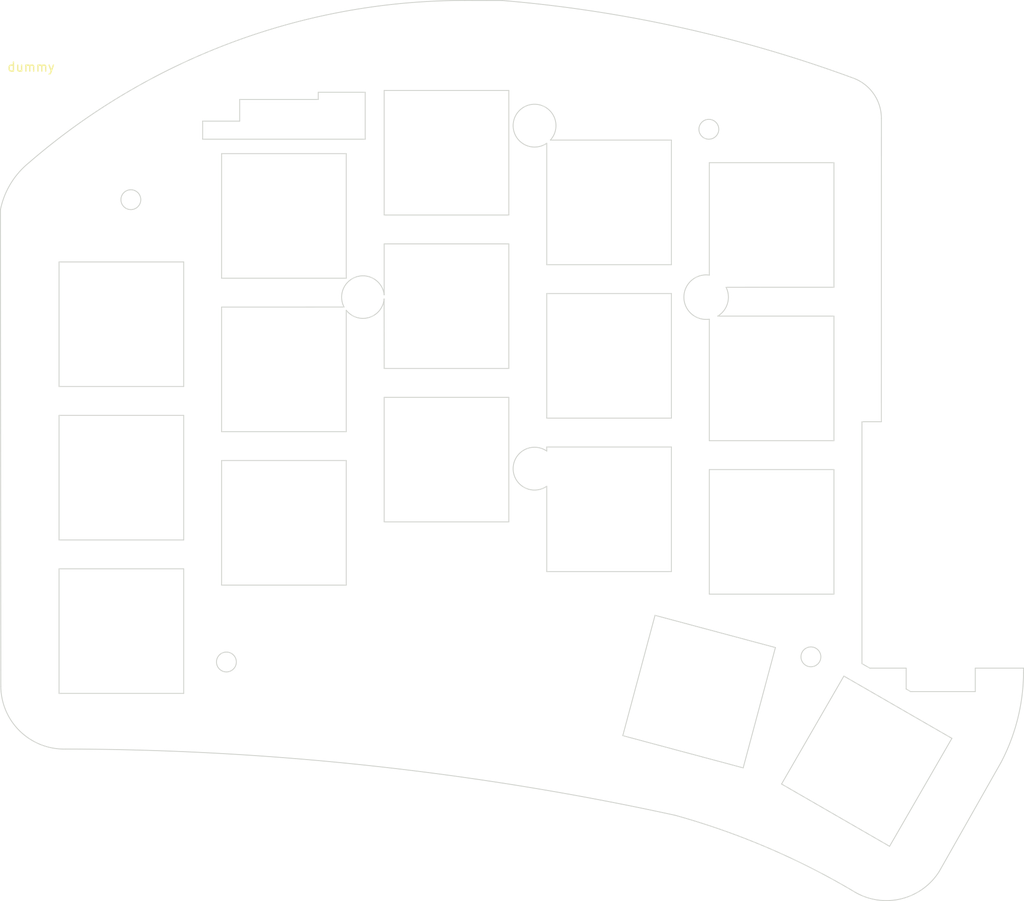
<source format=kicad_pcb>
(kicad_pcb (version 20171130) (host pcbnew 5.1.9)

  (general
    (thickness 1.6)
    (drawings 111)
    (tracks 0)
    (zones 0)
    (modules 1)
    (nets 1)
  )

  (page A4)
  (layers
    (0 F.Cu signal)
    (31 B.Cu signal)
    (32 B.Adhes user)
    (33 F.Adhes user)
    (34 B.Paste user)
    (35 F.Paste user)
    (36 B.SilkS user)
    (37 F.SilkS user)
    (38 B.Mask user)
    (39 F.Mask user)
    (40 Dwgs.User user)
    (41 Cmts.User user)
    (42 Eco1.User user)
    (43 Eco2.User user)
    (44 Edge.Cuts user)
    (45 Margin user)
    (46 B.CrtYd user)
    (47 F.CrtYd user)
    (48 B.Fab user)
    (49 F.Fab user)
  )

  (setup
    (last_trace_width 0.25)
    (trace_clearance 0.2)
    (zone_clearance 0.508)
    (zone_45_only no)
    (trace_min 0.2)
    (via_size 0.8)
    (via_drill 0.4)
    (via_min_size 0.4)
    (via_min_drill 0.3)
    (uvia_size 0.3)
    (uvia_drill 0.1)
    (uvias_allowed no)
    (uvia_min_size 0.2)
    (uvia_min_drill 0.1)
    (edge_width 0.1)
    (segment_width 0.2)
    (pcb_text_width 0.3)
    (pcb_text_size 1.5 1.5)
    (mod_edge_width 0.12)
    (mod_text_size 1 1)
    (mod_text_width 0.1)
    (pad_size 1.524 1.524)
    (pad_drill 0.762)
    (pad_to_mask_clearance 0.05)
    (aux_axis_origin 0 0)
    (visible_elements FFFFFFFF)
    (pcbplotparams
      (layerselection 0x010fc_ffffffff)
      (usegerberextensions false)
      (usegerberattributes true)
      (usegerberadvancedattributes true)
      (creategerberjobfile true)
      (excludeedgelayer true)
      (linewidth 0.100000)
      (plotframeref false)
      (viasonmask false)
      (mode 1)
      (useauxorigin false)
      (hpglpennumber 1)
      (hpglpenspeed 20)
      (hpglpendiameter 15.000000)
      (psnegative false)
      (psa4output false)
      (plotreference false)
      (plotvalue false)
      (plotinvisibletext false)
      (padsonsilk false)
      (subtractmaskfromsilk false)
      (outputformat 1)
      (mirror false)
      (drillshape 0)
      (scaleselection 1)
      (outputdirectory ""))
  )

  (net 0 "")

  (net_class Default "This is the default net class."
    (clearance 0.2)
    (trace_width 0.25)
    (via_dia 0.8)
    (via_drill 0.4)
    (uvia_dia 0.3)
    (uvia_drill 0.1)
  )

  (net_class Power ""
    (clearance 0.2)
    (trace_width 0.3)
    (via_dia 0.8)
    (via_drill 0.4)
    (uvia_dia 0.3)
    (uvia_drill 0.1)
  )

  (module dummy:dummy (layer F.Cu) (tedit 604AAE8F) (tstamp 6068E0E1)
    (at 12 12)
    (fp_text reference dummy (at 0 0.5) (layer F.SilkS)
      (effects (font (size 1 1) (thickness 0.15)))
    )
    (fp_text value dummy (at 0 -0.5) (layer F.Fab)
      (effects (font (size 1 1) (thickness 0.15)))
    )
  )

  (gr_line (start 108.9 81.41) (end 109.39 81.7) (layer Edge.Cuts) (width 0.1) (tstamp 60690DE2))
  (gr_arc (start 48.75 38) (end 51.099999 37.750001) (angle -201.573519) (layer Edge.Cuts) (width 0.1))
  (gr_arc (start 48.75 38) (end 46.900001 39.449999) (angle -137.0467127) (layer Edge.Cuts) (width 0.1))
  (gr_line (start 51.1 32.1) (end 51.1 37.75) (layer Edge.Cuts) (width 0.1))
  (gr_arc (start 67.75 19) (end 69.499999 20.599999) (angle -347.1313833) (layer Edge.Cuts) (width 0.1))
  (gr_arc (start 67.75 57) (end 69.099999 55.050001) (angle -249.3903071) (layer Edge.Cuts) (width 0.1))
  (gr_line (start 69.1 54.6) (end 69.1 55.05) (layer Edge.Cuts) (width 0.1))
  (gr_arc (start 86.75 38) (end 88.039999 40.099999) (angle -84.89944275) (layer Edge.Cuts) (width 0.1))
  (gr_arc (start 86.75 38) (end 87.099999 35.560001) (angle -196.3259486) (layer Edge.Cuts) (width 0.1))
  (gr_line (start 49 15.3) (end 49 20.5) (layer Edge.Cuts) (width 0.1) (tstamp 6069055F))
  (gr_line (start 28.9 68.1) (end 28.9 81.9) (layer Edge.Cuts) (width 0.1) (tstamp 60687389))
  (gr_line (start 28.9 51.1) (end 28.9 64.9) (layer Edge.Cuts) (width 0.1) (tstamp 60687389))
  (gr_arc (start 101.403543 18.190204) (end 106.153543 18.190204) (angle -70.11765915) (layer Edge.Cuts) (width 0.1) (tstamp 6068D5E1))
  (gr_arc (start 51.931484 152.624677) (end 103.018969 13.723337) (angle -15.43081601) (layer Edge.Cuts) (width 0.1) (tstamp 6068D5C5))
  (gr_line (start 121.9 79.1) (end 121.893314 79.630452) (layer Edge.Cuts) (width 0.1) (tstamp 6068D4F9))
  (gr_arc (start 100.190263 79.447367) (end 119.398792 89.551246) (angle -27.26148989) (layer Edge.Cuts) (width 0.1) (tstamp 6068D45D))
  (gr_line (start 119.398792 89.551246) (end 112.550487 101.641178) (layer Edge.Cuts) (width 0.1) (tstamp 6068D449))
  (gr_arc (start 106.708 97.938735) (end 103.2 103.9) (angle -88.11250382) (layer Edge.Cuts) (width 0.1) (tstamp 6068D3EC))
  (gr_arc (start 61.59 173.76) (end 103.2 103.9) (angle -15.27393997) (layer Edge.Cuts) (width 0.1) (tstamp 6068D3B7))
  (gr_arc (start 15.281782 407.025991) (end 83.326703 95.40614) (angle -12.22013042) (layer Edge.Cuts) (width 0.1) (tstamp 6068D376))
  (gr_arc (start 60.008389 78.858139) (end 60.008389 5.128139) (angle -40.89999906) (layer Edge.Cuts) (width 0.1) (tstamp 6068D32E))
  (gr_arc (start 17.48 30.13) (end 11.73435 23.129062) (angle -38.97981394) (layer Edge.Cuts) (width 0.1) (tstamp 6068D2EE))
  (gr_arc (start 15.650037 81.065841) (end 8.650038 81.13584) (angle -90.85844454) (layer Edge.Cuts) (width 0.1) (tstamp 6068D2CC))
  (gr_line (start 64.21927 5.137309) (end 60.008389 5.128139) (layer Edge.Cuts) (width 0.1) (tstamp 6068D287))
  (gr_line (start 106.15 51.8) (end 106.153543 18.190204) (layer Edge.Cuts) (width 0.1) (tstamp 6068D262))
  (gr_line (start 8.609602 28.301979) (end 8.650038 81.13584) (layer Edge.Cuts) (width 0.1) (tstamp 6068D1C3))
  (gr_line (start 104 78.6) (end 104 51.8) (layer Edge.Cuts) (width 0.1))
  (gr_line (start 104.87 79.1) (end 108.9 79.1) (layer Edge.Cuts) (width 0.1))
  (gr_line (start 104 78.6) (end 104.87 79.1) (layer Edge.Cuts) (width 0.1))
  (gr_line (start 31 18.5) (end 31 20.5) (layer Edge.Cuts) (width 0.1) (tstamp 60687A88))
  (gr_line (start 35.1 18.5) (end 31 18.5) (layer Edge.Cuts) (width 0.1))
  (gr_line (start 35.1 16.1) (end 35.1 18.5) (layer Edge.Cuts) (width 0.1))
  (gr_line (start 43.8 16.1) (end 35.1 16.1) (layer Edge.Cuts) (width 0.1))
  (gr_line (start 43.8 15.3) (end 43.8 16.1) (layer Edge.Cuts) (width 0.1))
  (gr_line (start 49 15.3) (end 43.8 15.3) (layer Edge.Cuts) (width 0.1))
  (gr_line (start 95.1 91.94) (end 107.06 98.84) (layer Edge.Cuts) (width 0.1))
  (gr_line (start 102 79.98) (end 95.1 91.94) (layer Edge.Cuts) (width 0.1))
  (gr_line (start 113.96 86.88) (end 102 79.98) (layer Edge.Cuts) (width 0.1))
  (gr_line (start 107.06 98.84) (end 113.96 86.88) (layer Edge.Cuts) (width 0.1))
  (gr_line (start 90.85 90.15) (end 77.52 86.58) (layer Edge.Cuts) (width 0.1) (tstamp 60687832))
  (gr_line (start 94.42 76.82) (end 90.85 90.15) (layer Edge.Cuts) (width 0.1))
  (gr_line (start 81.09 73.25) (end 94.42 76.82) (layer Edge.Cuts) (width 0.1))
  (gr_line (start 77.52 86.58) (end 81.09 73.25) (layer Edge.Cuts) (width 0.1))
  (gr_line (start 116.55 81.7) (end 109.39 81.7) (layer Edge.Cuts) (width 0.1) (tstamp 6068769A))
  (gr_line (start 116.55 79.1) (end 116.55 81.7) (layer Edge.Cuts) (width 0.1))
  (gr_line (start 121.9 79.1) (end 116.55 79.1) (layer Edge.Cuts) (width 0.1))
  (gr_line (start 108.9 81.41) (end 108.9 79.1) (layer Edge.Cuts) (width 0.1))
  (gr_line (start 87.1 35.56) (end 87.1 23.1) (layer Edge.Cuts) (width 0.1) (tstamp 6068748E))
  (gr_line (start 100.9 23.1) (end 100.9 36.9) (layer Edge.Cuts) (width 0.1) (tstamp 6068748D))
  (gr_line (start 87.1 53.9) (end 87.1 40.44) (layer Edge.Cuts) (width 0.1) (tstamp 6068748B))
  (gr_line (start 88.04 40.1) (end 100.9 40.1) (layer Edge.Cuts) (width 0.1) (tstamp 60687489))
  (gr_line (start 100.9 40.1) (end 100.9 53.9) (layer Edge.Cuts) (width 0.1) (tstamp 60687481))
  (gr_line (start 100.9 53.9) (end 87.1 53.9) (layer Edge.Cuts) (width 0.1) (tstamp 6068747B))
  (gr_line (start 87.1 23.1) (end 100.9 23.1) (layer Edge.Cuts) (width 0.1) (tstamp 60687477))
  (gr_line (start 87.1 70.9) (end 87.1 57.1) (layer Edge.Cuts) (width 0.1) (tstamp 60687476))
  (gr_line (start 100.9 57.1) (end 100.9 70.9) (layer Edge.Cuts) (width 0.1) (tstamp 60687475))
  (gr_line (start 100.9 36.9) (end 88.956369 36.901807) (layer Edge.Cuts) (width 0.1) (tstamp 60687471))
  (gr_line (start 87.1 57.1) (end 100.9 57.1) (layer Edge.Cuts) (width 0.1) (tstamp 6068746A))
  (gr_line (start 100.9 70.9) (end 87.1 70.9) (layer Edge.Cuts) (width 0.1) (tstamp 60687468))
  (gr_line (start 69.1 34.4) (end 69.1 20.95) (layer Edge.Cuts) (width 0.1) (tstamp 6068748E))
  (gr_line (start 82.9 20.6) (end 82.9 34.4) (layer Edge.Cuts) (width 0.1) (tstamp 6068748D))
  (gr_line (start 69.1 51.4) (end 69.1 37.6) (layer Edge.Cuts) (width 0.1) (tstamp 6068748B))
  (gr_line (start 69.1 37.6) (end 82.9 37.6) (layer Edge.Cuts) (width 0.1) (tstamp 60687489))
  (gr_line (start 82.9 37.6) (end 82.9 51.4) (layer Edge.Cuts) (width 0.1) (tstamp 60687481))
  (gr_line (start 82.9 51.4) (end 69.1 51.4) (layer Edge.Cuts) (width 0.1) (tstamp 6068747B))
  (gr_line (start 69.5 20.6) (end 82.9 20.6) (layer Edge.Cuts) (width 0.1) (tstamp 60687477))
  (gr_line (start 69.1 68.4) (end 69.1 58.95) (layer Edge.Cuts) (width 0.1) (tstamp 60687476))
  (gr_line (start 82.9 54.6) (end 82.9 68.4) (layer Edge.Cuts) (width 0.1) (tstamp 60687475))
  (gr_line (start 82.9 34.4) (end 69.1 34.4) (layer Edge.Cuts) (width 0.1) (tstamp 60687471))
  (gr_line (start 69.1 54.6) (end 82.9 54.6) (layer Edge.Cuts) (width 0.1) (tstamp 6068746A))
  (gr_line (start 82.9 68.4) (end 69.1 68.4) (layer Edge.Cuts) (width 0.1) (tstamp 60687468))
  (gr_line (start 51.1 28.9) (end 51.1 15.1) (layer Edge.Cuts) (width 0.1) (tstamp 6068748E))
  (gr_line (start 64.9 15.1) (end 64.9 28.9) (layer Edge.Cuts) (width 0.1) (tstamp 6068748D))
  (gr_line (start 51.1 45.9) (end 51.092064 38.199325) (layer Edge.Cuts) (width 0.1) (tstamp 6068748B))
  (gr_line (start 51.1 32.1) (end 64.9 32.1) (layer Edge.Cuts) (width 0.1) (tstamp 60687489))
  (gr_line (start 64.9 32.1) (end 64.9 45.9) (layer Edge.Cuts) (width 0.1) (tstamp 60687481))
  (gr_line (start 64.9 45.9) (end 51.1 45.9) (layer Edge.Cuts) (width 0.1) (tstamp 6068747B))
  (gr_line (start 51.1 15.1) (end 64.9 15.1) (layer Edge.Cuts) (width 0.1) (tstamp 60687477))
  (gr_line (start 51.1 62.9) (end 51.1 49.1) (layer Edge.Cuts) (width 0.1) (tstamp 60687476))
  (gr_line (start 64.9 49.1) (end 64.9 62.9) (layer Edge.Cuts) (width 0.1) (tstamp 60687475))
  (gr_line (start 64.9 28.9) (end 51.1 28.9) (layer Edge.Cuts) (width 0.1) (tstamp 60687471))
  (gr_line (start 51.1 49.1) (end 64.9 49.1) (layer Edge.Cuts) (width 0.1) (tstamp 6068746A))
  (gr_line (start 64.9 62.9) (end 51.1 62.9) (layer Edge.Cuts) (width 0.1) (tstamp 60687468))
  (gr_line (start 33.1 35.9) (end 33.1 22.1) (layer Edge.Cuts) (width 0.1) (tstamp 6068748E))
  (gr_line (start 46.9 22.1) (end 46.9 35.9) (layer Edge.Cuts) (width 0.1) (tstamp 6068748D))
  (gr_line (start 33.1 52.9) (end 33.1 39.1) (layer Edge.Cuts) (width 0.1) (tstamp 6068748B))
  (gr_line (start 33.1 39.1) (end 46.65655 39.096568) (layer Edge.Cuts) (width 0.1) (tstamp 60687489))
  (gr_line (start 31 20.5) (end 49 20.5) (layer Edge.Cuts) (width 0.1) (tstamp 60687483))
  (gr_line (start 46.9 39.45) (end 46.9 52.9) (layer Edge.Cuts) (width 0.1) (tstamp 60687481))
  (gr_line (start 46.9 52.9) (end 33.1 52.9) (layer Edge.Cuts) (width 0.1) (tstamp 6068747B))
  (gr_line (start 33.1 22.1) (end 46.9 22.1) (layer Edge.Cuts) (width 0.1) (tstamp 60687477))
  (gr_line (start 33.1 69.9) (end 33.1 56.1) (layer Edge.Cuts) (width 0.1) (tstamp 60687476))
  (gr_line (start 46.9 56.1) (end 46.9 69.9) (layer Edge.Cuts) (width 0.1) (tstamp 60687475))
  (gr_line (start 46.9 35.9) (end 33.1 35.9) (layer Edge.Cuts) (width 0.1) (tstamp 60687471))
  (gr_line (start 33.1 56.1) (end 46.9 56.1) (layer Edge.Cuts) (width 0.1) (tstamp 6068746A))
  (gr_line (start 46.9 69.9) (end 33.1 69.9) (layer Edge.Cuts) (width 0.1) (tstamp 60687468))
  (gr_line (start 15.1 81.9) (end 15.1 68.1) (layer Edge.Cuts) (width 0.1) (tstamp 6068738A))
  (gr_line (start 15.1 68.1) (end 28.9 68.1) (layer Edge.Cuts) (width 0.1) (tstamp 60687382))
  (gr_line (start 28.9 81.9) (end 15.1 81.9) (layer Edge.Cuts) (width 0.1) (tstamp 60687380))
  (gr_line (start 15.1 64.9) (end 15.1 51.1) (layer Edge.Cuts) (width 0.1) (tstamp 6068738A))
  (gr_line (start 15.1 51.1) (end 28.9 51.1) (layer Edge.Cuts) (width 0.1) (tstamp 60687382))
  (gr_line (start 28.9 64.9) (end 15.1 64.9) (layer Edge.Cuts) (width 0.1) (tstamp 60687380))
  (gr_line (start 15.1 47.9) (end 15.1 34.1) (layer Edge.Cuts) (width 0.1) (tstamp 60687229))
  (gr_line (start 28.9 47.9) (end 15.1 47.9) (layer Edge.Cuts) (width 0.1))
  (gr_line (start 28.9 34.1) (end 28.9 47.9) (layer Edge.Cuts) (width 0.1))
  (gr_line (start 15.1 34.1) (end 28.9 34.1) (layer Edge.Cuts) (width 0.1))
  (gr_circle (center 87.05 19.4) (end 88.15 19.4) (layer Edge.Cuts) (width 0.1))
  (gr_circle (center 23.05 27.2) (end 24.15 27.2) (layer Edge.Cuts) (width 0.1))
  (gr_circle (center 98.35 77.85) (end 99.45 77.85) (layer Edge.Cuts) (width 0.1))
  (gr_circle (center 33.63 78.42) (end 34.73 78.42) (layer Edge.Cuts) (width 0.1))
  (gr_line (start 104 51.8) (end 106.15 51.8) (layer Edge.Cuts) (width 0.1) (tstamp 5EDAB58C))

)

</source>
